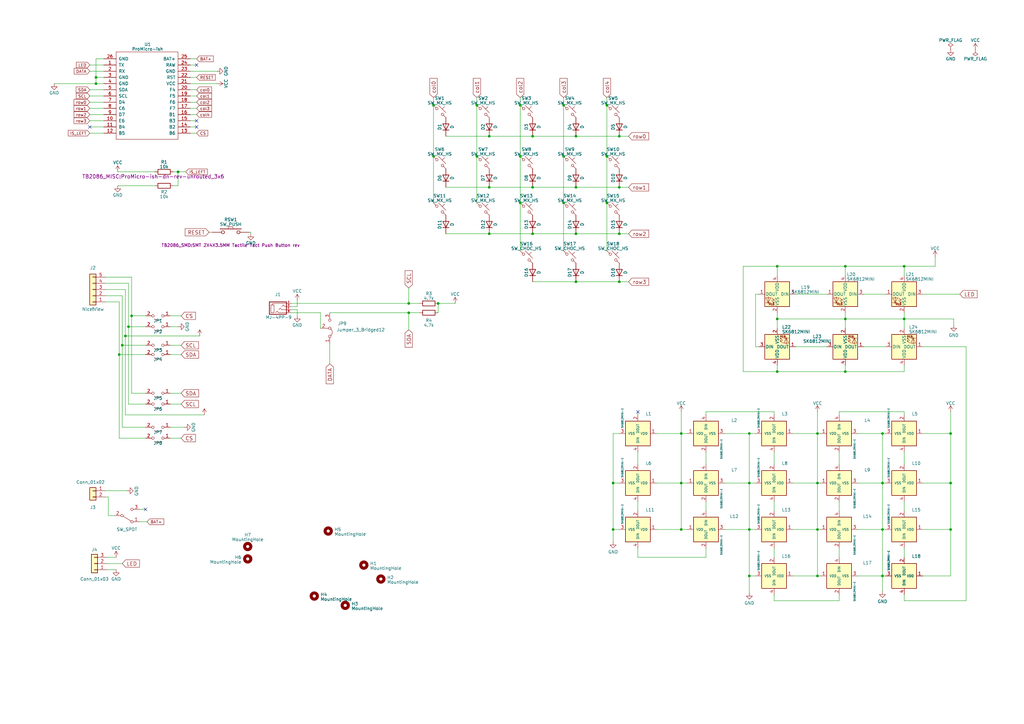
<source format=kicad_sch>
(kicad_sch (version 20230121) (generator eeschema)
  (paper "A3")
  (title_block (title "uniCorne Cherry") (date "2023-07-20") (rev "0.9") (company "Thunderbird2086"))
  (junction (at 218.44 55.88))
  (junction (at 236.22 76.835))
  (junction (at 50.165 141.605))
  (junction (at 361.95 236.22))
  (junction (at 248.92 83.185))
  (junction (at 177.8 64.135))
  (junction (at 361.95 177.8))
  (junction (at 167.64 124.46))
  (junction (at 251.46 198.12))
  (junction (at 236.22 115.57))
  (junction (at 318.77 152.4))
  (junction (at 195.58 43.18))
  (junction (at 389.89 217.17))
  (junction (at 389.89 198.12))
  (junction (at 370.84 130.81))
  (junction (at 200.66 76.835))
  (junction (at 318.77 109.22))
  (junction (at 389.89 177.8))
  (junction (at 251.46 217.17))
  (junction (at 236.22 95.885))
  (junction (at 213.36 83.185))
  (junction (at 335.28 198.12))
  (junction (at 335.28 217.17))
  (junction (at 48.895 145.415))
  (junction (at 318.77 130.81))
  (junction (at 307.34 177.8))
  (junction (at 213.36 64.135))
  (junction (at 195.58 64.135))
  (junction (at 218.44 76.835))
  (junction (at 177.8 43.18))
  (junction (at 200.66 95.885))
  (junction (at 200.66 55.88))
  (junction (at 361.95 217.17))
  (junction (at 179.705 124.46))
  (junction (at 167.64 128.27))
  (junction (at 307.34 198.12))
  (junction (at 370.84 109.22))
  (junction (at 307.34 236.22))
  (junction (at 231.14 64.135))
  (junction (at 236.22 55.88))
  (junction (at 51.435 137.795))
  (junction (at 346.71 152.4))
  (junction (at 52.705 133.985))
  (junction (at 254 76.835))
  (junction (at 279.4 198.12))
  (junction (at 231.14 43.18))
  (junction (at 231.14 83.185))
  (junction (at 335.28 177.8))
  (junction (at 346.71 109.22))
  (junction (at 213.36 43.18))
  (junction (at 361.95 198.12))
  (junction (at 39.37 31.75))
  (junction (at 53.975 129.54))
  (junction (at 73.025 70.485))
  (junction (at 346.71 130.81))
  (junction (at 248.92 43.18))
  (junction (at 254 115.57))
  (junction (at 307.34 217.17))
  (junction (at 254 55.88))
  (junction (at 335.28 236.22))
  (junction (at 254 95.885))
  (junction (at 218.44 95.885))
  (junction (at 279.4 177.8))
  (junction (at 39.37 34.29))
  (junction (at 248.92 64.135))
  (junction (at 279.4 217.17))
  (no_connect (at 36.83 52.07))
  (no_connect (at 80.645 26.67))
  (no_connect (at 261.62 168.91))
  (no_connect (at 59.69 208.915))
  (no_connect (at 80.645 49.53))
  (no_connect (at 80.645 52.07))
  (wire (pts (xy 36.83 54.61) (xy 42.545 54.61)))
  (wire (pts (xy 200.66 55.88) (xy 218.44 55.88)))
  (wire (pts (xy 167.64 128.27) (xy 167.64 135.255)))
  (wire (pts (xy 195.58 64.135) (xy 195.58 83.185)))
  (wire (pts (xy 269.24 198.12) (xy 279.4 198.12)))
  (wire (pts (xy 119.38 125.73) (xy 121.92 125.73)))
  (wire (pts (xy 344.17 168.91) (xy 370.84 168.91)))
  (wire (pts (xy 281.94 217.17) (xy 279.4 217.17)))
  (wire (pts (xy 36.83 44.45) (xy 42.545 44.45)))
  (wire (pts (xy 102.87 95.25) (xy 102.235 95.25)))
  (wire (pts (xy 279.4 177.8) (xy 279.4 198.12)))
  (wire (pts (xy 326.39 120.65) (xy 339.09 120.65)))
  (wire (pts (xy 51.435 137.795) (xy 51.435 170.18)))
  (wire (pts (xy 102.87 95.885) (xy 102.87 95.25)))
  (wire (pts (xy 119.38 124.46) (xy 167.64 124.46)))
  (wire (pts (xy 318.77 152.4) (xy 346.71 152.4)))
  (wire (pts (xy 261.62 228.6) (xy 289.56 228.6)))
  (wire (pts (xy 279.4 168.91) (xy 279.4 177.8)))
  (wire (pts (xy 78.105 34.29) (xy 88.9 34.29)))
  (wire (pts (xy 53.975 129.54) (xy 59.69 129.54)))
  (wire (pts (xy 59.69 141.605) (xy 50.165 141.605)))
  (wire (pts (xy 69.85 179.705) (xy 74.295 179.705)))
  (wire (pts (xy 269.24 217.17) (xy 279.4 217.17)))
  (wire (pts (xy 179.705 128.27) (xy 179.705 124.46)))
  (wire (pts (xy 248.92 43.18) (xy 248.92 64.135)))
  (wire (pts (xy 51.435 118.745) (xy 43.18 118.745)))
  (wire (pts (xy 304.8 109.22) (xy 304.8 152.4)))
  (wire (pts (xy 74.295 145.415) (xy 69.85 145.415)))
  (wire (pts (xy 59.69 145.415) (xy 48.895 145.415)))
  (wire (pts (xy 177.8 64.135) (xy 177.8 83.185)))
  (wire (pts (xy 391.16 130.81) (xy 370.84 130.81)))
  (wire (pts (xy 36.83 29.21) (xy 42.545 29.21)))
  (wire (pts (xy 231.14 64.135) (xy 231.14 83.185)))
  (wire (pts (xy 261.62 168.91) (xy 261.62 170.18)))
  (wire (pts (xy 346.71 130.81) (xy 370.84 130.81)))
  (wire (pts (xy 317.5 205.74) (xy 317.5 209.55)))
  (wire (pts (xy 361.95 236.22) (xy 363.22 236.22)))
  (wire (pts (xy 361.95 198.12) (xy 361.95 217.17)))
  (wire (pts (xy 131.445 128.27) (xy 131.445 134.62)))
  (wire (pts (xy 53.975 129.54) (xy 53.975 113.665)))
  (wire (pts (xy 370.84 243.84) (xy 370.84 246.38)))
  (wire (pts (xy 251.46 198.12) (xy 254 198.12)))
  (wire (pts (xy 318.77 130.81) (xy 318.77 128.27)))
  (wire (pts (xy 297.18 177.8) (xy 307.34 177.8)))
  (wire (pts (xy 51.435 118.745) (xy 51.435 137.795)))
  (wire (pts (xy 78.105 41.91) (xy 80.645 41.91)))
  (wire (pts (xy 48.895 179.705) (xy 59.69 179.705)))
  (wire (pts (xy 78.105 29.21) (xy 88.9 29.21)))
  (wire (pts (xy 351.79 177.8) (xy 361.95 177.8)))
  (wire (pts (xy 39.37 31.75) (xy 39.37 34.29)))
  (wire (pts (xy 289.56 185.42) (xy 289.56 190.5)))
  (wire (pts (xy 307.34 236.22) (xy 307.34 243.205)))
  (wire (pts (xy 378.46 120.65) (xy 393.7 120.65)))
  (wire (pts (xy 218.44 76.835) (xy 236.22 76.835)))
  (wire (pts (xy 279.4 177.8) (xy 281.94 177.8)))
  (wire (pts (xy 177.8 40.005) (xy 177.8 43.18)))
  (wire (pts (xy 36.83 41.91) (xy 42.545 41.91)))
  (wire (pts (xy 378.46 177.8) (xy 389.89 177.8)))
  (wire (pts (xy 78.105 39.37) (xy 80.645 39.37)))
  (wire (pts (xy 48.895 145.415) (xy 48.895 179.705)))
  (wire (pts (xy 251.46 177.8) (xy 254 177.8)))
  (wire (pts (xy 167.64 124.46) (xy 172.085 124.46)))
  (wire (pts (xy 318.77 152.4) (xy 318.77 149.86)))
  (wire (pts (xy 52.705 165.735) (xy 59.69 165.735)))
  (wire (pts (xy 52.705 116.205) (xy 43.18 116.205)))
  (wire (pts (xy 42.545 26.67) (xy 36.83 26.67)))
  (wire (pts (xy 336.55 217.17) (xy 335.28 217.17)))
  (wire (pts (xy 389.89 198.12) (xy 389.89 217.17)))
  (wire (pts (xy 43.18 201.295) (xy 52.07 201.295)))
  (wire (pts (xy 317.5 224.79) (xy 317.5 228.6)))
  (wire (pts (xy 279.4 198.12) (xy 281.94 198.12)))
  (wire (pts (xy 42.545 52.07) (xy 36.83 52.07)))
  (wire (pts (xy 218.44 115.57) (xy 236.22 115.57)))
  (wire (pts (xy 42.545 39.37) (xy 36.83 39.37)))
  (wire (pts (xy 53.975 161.29) (xy 53.975 129.54)))
  (wire (pts (xy 85.725 95.25) (xy 86.995 95.25)))
  (wire (pts (xy 257.81 55.88) (xy 254 55.88)))
  (wire (pts (xy 213.36 43.18) (xy 213.36 64.135)))
  (wire (pts (xy 52.705 133.985) (xy 59.69 133.985)))
  (wire (pts (xy 50.165 175.26) (xy 59.69 175.26)))
  (wire (pts (xy 318.77 109.22) (xy 318.77 113.03)))
  (wire (pts (xy 335.28 217.17) (xy 335.28 236.22)))
  (wire (pts (xy 309.88 120.65) (xy 311.15 120.65)))
  (wire (pts (xy 182.88 76.835) (xy 200.66 76.835)))
  (wire (pts (xy 307.34 198.12) (xy 309.88 198.12)))
  (wire (pts (xy 335.28 198.12) (xy 336.55 198.12)))
  (wire (pts (xy 257.81 115.57) (xy 254 115.57)))
  (wire (pts (xy 354.33 142.24) (xy 363.22 142.24)))
  (wire (pts (xy 39.37 24.13) (xy 39.37 31.75)))
  (wire (pts (xy 257.81 95.885) (xy 254 95.885)))
  (wire (pts (xy 370.84 190.5) (xy 370.84 185.42)))
  (wire (pts (xy 391.16 130.81) (xy 391.16 133.35)))
  (wire (pts (xy 251.46 217.17) (xy 254 217.17)))
  (wire (pts (xy 257.81 76.835) (xy 254 76.835)))
  (wire (pts (xy 231.14 40.005) (xy 231.14 43.18)))
  (wire (pts (xy 336.55 236.22) (xy 335.28 236.22)))
  (wire (pts (xy 53.975 161.29) (xy 59.69 161.29)))
  (wire (pts (xy 307.34 177.8) (xy 309.88 177.8)))
  (wire (pts (xy 73.025 70.485) (xy 76.2 70.485)))
  (wire (pts (xy 361.95 236.22) (xy 361.95 242.57)))
  (wire (pts (xy 213.36 40.005) (xy 213.36 43.18)))
  (wire (pts (xy 182.88 55.88) (xy 200.66 55.88)))
  (wire (pts (xy 354.33 120.65) (xy 363.22 120.65)))
  (wire (pts (xy 304.8 152.4) (xy 318.77 152.4)))
  (wire (pts (xy 370.84 109.22) (xy 383.54 109.22)))
  (wire (pts (xy 39.37 34.29) (xy 42.545 34.29)))
  (wire (pts (xy 78.105 36.83) (xy 80.645 36.83)))
  (wire (pts (xy 231.14 83.185) (xy 231.14 102.87)))
  (wire (pts (xy 43.815 228.6) (xy 47.625 228.6)))
  (wire (pts (xy 36.83 36.83) (xy 42.545 36.83)))
  (wire (pts (xy 344.17 168.91) (xy 344.17 170.18)))
  (wire (pts (xy 182.88 95.885) (xy 200.66 95.885)))
  (wire (pts (xy 261.62 228.6) (xy 261.62 224.79)))
  (wire (pts (xy 36.83 49.53) (xy 42.545 49.53)))
  (wire (pts (xy 325.12 217.17) (xy 335.28 217.17)))
  (wire (pts (xy 69.85 175.26) (xy 75.565 175.26)))
  (wire (pts (xy 195.58 40.005) (xy 195.58 43.18)))
  (wire (pts (xy 261.62 190.5) (xy 261.62 185.42)))
  (wire (pts (xy 370.84 130.81) (xy 370.84 134.62)))
  (wire (pts (xy 261.62 205.74) (xy 261.62 209.55)))
  (wire (pts (xy 289.56 228.6) (xy 289.56 224.79)))
  (wire (pts (xy 346.71 130.81) (xy 346.71 134.62)))
  (wire (pts (xy 251.46 177.8) (xy 251.46 198.12)))
  (wire (pts (xy 213.36 83.185) (xy 213.36 102.87)))
  (wire (pts (xy 74.295 161.29) (xy 69.85 161.29)))
  (wire (pts (xy 119.38 128.27) (xy 131.445 128.27)))
  (wire (pts (xy 346.71 152.4) (xy 346.71 149.86)))
  (wire (pts (xy 351.79 236.22) (xy 361.95 236.22)))
  (wire (pts (xy 231.14 43.18) (xy 231.14 64.135)))
  (wire (pts (xy 51.435 170.18) (xy 83.82 170.18)))
  (wire (pts (xy 318.77 109.22) (xy 346.71 109.22)))
  (wire (pts (xy 304.8 109.22) (xy 318.77 109.22)))
  (wire (pts (xy 42.545 24.13) (xy 39.37 24.13)))
  (wire (pts (xy 317.5 168.91) (xy 317.5 170.18)))
  (wire (pts (xy 289.56 168.91) (xy 289.56 170.18)))
  (wire (pts (xy 361.95 198.12) (xy 363.22 198.12)))
  (wire (pts (xy 309.88 142.24) (xy 311.15 142.24)))
  (wire (pts (xy 44.45 211.455) (xy 44.45 203.835)))
  (wire (pts (xy 53.975 113.665) (xy 43.18 113.665)))
  (wire (pts (xy 318.77 130.81) (xy 346.71 130.81)))
  (wire (pts (xy 370.84 149.86) (xy 370.84 152.4)))
  (wire (pts (xy 48.26 76.2) (xy 63.5 76.2)))
  (wire (pts (xy 135.255 140.97) (xy 135.255 149.225)))
  (wire (pts (xy 346.71 109.22) (xy 346.71 113.03)))
  (wire (pts (xy 44.45 211.455) (xy 46.99 211.455)))
  (wire (pts (xy 269.24 177.8) (xy 279.4 177.8)))
  (wire (pts (xy 248.92 64.135) (xy 248.92 83.185)))
  (wire (pts (xy 326.39 142.24) (xy 339.09 142.24)))
  (wire (pts (xy 200.66 95.885) (xy 218.44 95.885)))
  (wire (pts (xy 346.71 130.81) (xy 346.71 128.27)))
  (wire (pts (xy 251.46 217.17) (xy 251.46 222.25)))
  (wire (pts (xy 297.18 198.12) (xy 307.34 198.12)))
  (wire (pts (xy 297.18 217.17) (xy 307.34 217.17)))
  (wire (pts (xy 370.84 152.4) (xy 346.71 152.4)))
  (wire (pts (xy 335.28 198.12) (xy 335.28 217.17)))
  (wire (pts (xy 135.255 128.27) (xy 167.64 128.27)))
  (wire (pts (xy 396.24 246.38) (xy 370.84 246.38)))
  (wire (pts (xy 307.34 177.8) (xy 307.34 198.12)))
  (wire (pts (xy 74.295 141.605) (xy 69.85 141.605)))
  (wire (pts (xy 378.46 217.17) (xy 389.89 217.17)))
  (wire (pts (xy 370.84 128.27) (xy 370.84 130.81)))
  (wire (pts (xy 59.69 208.915) (xy 57.15 208.915)))
  (wire (pts (xy 44.45 203.835) (xy 43.18 203.835)))
  (wire (pts (xy 50.165 141.605) (xy 50.165 175.26)))
  (wire (pts (xy 383.54 105.41) (xy 383.54 109.22)))
  (wire (pts (xy 167.64 118.11) (xy 167.64 124.46)))
  (wire (pts (xy 69.85 129.54) (xy 74.295 129.54)))
  (wire (pts (xy 200.66 76.835) (xy 218.44 76.835)))
  (wire (pts (xy 318.77 130.81) (xy 318.77 134.62)))
  (wire (pts (xy 78.105 31.75) (xy 80.645 31.75)))
  (wire (pts (xy 236.22 76.835) (xy 254 76.835)))
  (wire (pts (xy 43.18 123.825) (xy 48.895 123.825)))
  (wire (pts (xy 325.12 177.8) (xy 335.28 177.8)))
  (wire (pts (xy 236.22 95.885) (xy 254 95.885)))
  (wire (pts (xy 289.56 168.91) (xy 317.5 168.91)))
  (wire (pts (xy 325.12 198.12) (xy 335.28 198.12)))
  (wire (pts (xy 236.22 55.88) (xy 254 55.88)))
  (wire (pts (xy 121.92 125.73) (xy 121.92 123.19)))
  (wire (pts (xy 78.105 46.99) (xy 80.645 46.99)))
  (wire (pts (xy 370.84 109.22) (xy 370.84 113.03)))
  (wire (pts (xy 74.295 165.735) (xy 69.85 165.735)))
  (wire (pts (xy 389.89 168.91) (xy 389.89 177.8)))
  (wire (pts (xy 186.69 124.46) (xy 179.705 124.46)))
  (wire (pts (xy 51.435 137.795) (xy 81.915 137.795)))
  (wire (pts (xy 69.85 133.985) (xy 73.025 133.985)))
  (wire (pts (xy 335.28 177.8) (xy 336.55 177.8)))
  (wire (pts (xy 309.88 120.65) (xy 309.88 142.24)))
  (wire (pts (xy 370.84 205.74) (xy 370.84 209.55)))
  (wire (pts (xy 325.12 236.22) (xy 335.28 236.22)))
  (wire (pts (xy 177.8 43.18) (xy 177.8 64.135)))
  (wire (pts (xy 248.92 40.005) (xy 248.92 43.18)))
  (wire (pts (xy 361.95 217.17) (xy 361.95 236.22)))
  (wire (pts (xy 317.5 246.38) (xy 344.17 246.38)))
  (wire (pts (xy 236.22 115.57) (xy 254 115.57)))
  (wire (pts (xy 351.79 217.17) (xy 361.95 217.17)))
  (wire (pts (xy 361.95 217.17) (xy 363.22 217.17)))
  (wire (pts (xy 307.34 236.22) (xy 309.88 236.22)))
  (wire (pts (xy 119.38 127) (xy 121.92 127)))
  (wire (pts (xy 43.18 121.285) (xy 50.165 121.285)))
  (wire (pts (xy 389.89 177.8) (xy 389.89 198.12)))
  (wire (pts (xy 361.95 177.8) (xy 361.95 198.12)))
  (wire (pts (xy 43.815 233.68) (xy 47.625 233.68)))
  (wire (pts (xy 335.28 168.91) (xy 335.28 177.8)))
  (wire (pts (xy 39.37 31.75) (xy 42.545 31.75)))
  (wire (pts (xy 344.17 224.79) (xy 344.17 228.6)))
  (wire (pts (xy 36.83 46.99) (xy 42.545 46.99)))
  (wire (pts (xy 50.165 121.285) (xy 50.165 141.605)))
  (wire (pts (xy 344.17 185.42) (xy 344.17 190.5)))
  (wire (pts (xy 195.58 43.18) (xy 195.58 64.135)))
  (wire (pts (xy 48.26 70.485) (xy 63.5 70.485)))
  (wire (pts (xy 361.95 177.8) (xy 363.22 177.8)))
  (wire (pts (xy 307.34 217.17) (xy 307.34 236.22)))
  (wire (pts (xy 370.84 224.79) (xy 370.84 228.6)))
  (wire (pts (xy 78.105 24.13) (xy 80.645 24.13)))
  (wire (pts (xy 71.12 76.2) (xy 73.025 76.2)))
  (wire (pts (xy 344.17 246.38) (xy 344.17 243.84)))
  (wire (pts (xy 43.815 231.14) (xy 50.165 231.14)))
  (wire (pts (xy 378.46 198.12) (xy 389.89 198.12)))
  (wire (pts (xy 52.705 165.735) (xy 52.705 133.985)))
  (wire (pts (xy 317.5 190.5) (xy 317.5 185.42)))
  (wire (pts (xy 57.15 213.995) (xy 60.325 213.995)))
  (wire (pts (xy 307.34 217.17) (xy 309.88 217.17)))
  (wire (pts (xy 78.105 49.53) (xy 80.645 49.53)))
  (wire (pts (xy 78.105 52.07) (xy 80.645 52.07)))
  (wire (pts (xy 307.34 198.12) (xy 307.34 217.17)))
  (wire (pts (xy 378.46 236.22) (xy 389.89 236.22)))
  (wire (pts (xy 71.12 70.485) (xy 73.025 70.485)))
  (wire (pts (xy 351.79 198.12) (xy 361.95 198.12)))
  (wire (pts (xy 251.46 198.12) (xy 251.46 217.17)))
  (wire (pts (xy 73.025 70.485) (xy 73.025 76.2)))
  (wire (pts (xy 218.44 55.88) (xy 236.22 55.88)))
  (wire (pts (xy 279.4 198.12) (xy 279.4 217.17)))
  (wire (pts (xy 78.105 54.61) (xy 80.645 54.61)))
  (wire (pts (xy 389.89 217.17) (xy 389.89 236.22)))
  (wire (pts (xy 78.105 44.45) (xy 80.645 44.45)))
  (wire (pts (xy 370.84 168.91) (xy 370.84 170.18)))
  (wire (pts (xy 317.5 246.38) (xy 317.5 243.84)))
  (wire (pts (xy 121.92 127) (xy 121.92 129.54)))
  (wire (pts (xy 396.24 142.24) (xy 378.46 142.24)))
  (wire (pts (xy 344.17 205.74) (xy 344.17 209.55)))
  (wire (pts (xy 22.225 34.29) (xy 39.37 34.29)))
  (wire (pts (xy 48.895 123.825) (xy 48.895 145.415)))
  (wire (pts (xy 52.705 133.985) (xy 52.705 116.205)))
  (wire (pts (xy 396.24 246.38) (xy 396.24 142.24)))
  (wire (pts (xy 167.64 128.27) (xy 172.085 128.27)))
  (wire (pts (xy 346.71 109.22) (xy 370.84 109.22)))
  (wire (pts (xy 218.44 95.885) (xy 236.22 95.885)))
  (wire (pts (xy 248.92 83.185) (xy 248.92 102.87)))
  (wire (pts (xy 78.105 26.67) (xy 80.645 26.67)))
  (wire (pts (xy 289.56 205.74) (xy 289.56 209.55)))
  (wire (pts (xy 213.36 64.135) (xy 213.36 83.185)))
  (wire (pts (xy 335.28 177.8) (xy 335.28 198.12)))
  (global_label "col0" (shape input) (at 177.8 40.005 90) (effects (font (size 1.524 1.524))) (property "Intersheetrefs" "${INTERSHEET_REFS}" (effects hide)))
  (global_label "col4" (shape input) (at 248.92 40.005 90) (effects (font (size 1.524 1.524))) (property "Intersheetrefs" "${INTERSHEET_REFS}" (effects hide)))
  (global_label "RESET" (shape input) (at 85.725 95.25 180) (effects (font (size 1.524 1.524))) (property "Intersheetrefs" "${INTERSHEET_REFS}" (effects hide)))
  (global_label "SDA" (shape input) (at 167.64 135.255 270) (effects (font (size 1.524 1.524))) (property "Intersheetrefs" "${INTERSHEET_REFS}" (effects hide)))
  (global_label "CS" (shape input) (at 80.645 54.61 0) (effects (font (size 1.1938 1.1938))) (property "Intersheetrefs" "${INTERSHEET_REFS}" (effects hide)))
  (global_label "col1" (shape input) (at 195.58 40.005 90) (effects (font (size 1.524 1.524))) (property "Intersheetrefs" "${INTERSHEET_REFS}" (effects hide)))
  (global_label "SCL" (shape input) (at 36.83 39.37 180) (effects (font (size 1.1938 1.1938))) (property "Intersheetrefs" "${INTERSHEET_REFS}" (effects hide)))
  (global_label "row1" (shape input) (at 36.83 44.45 180) (effects (font (size 1.1938 1.1938))) (property "Intersheetrefs" "${INTERSHEET_REFS}" (effects hide)))
  (global_label "row1" (shape input) (at 257.81 76.835 0) (effects (font (size 1.524 1.524))) (property "Intersheetrefs" "${INTERSHEET_REFS}" (effects hide)))
  (global_label "row2" (shape input) (at 257.81 95.885 0) (effects (font (size 1.524 1.524))) (property "Intersheetrefs" "${INTERSHEET_REFS}" (effects hide)))
  (global_label "IS_LEFT" (shape input) (at 76.2 70.485 0) (effects (font (size 1.1938 1.1938))) (property "Intersheetrefs" "${INTERSHEET_REFS}" (effects hide)))
  (global_label "SCL" (shape input) (at 74.295 165.735 0) (effects (font (size 1.524 1.524))) (property "Intersheetrefs" "${INTERSHEET_REFS}" (effects hide)))
  (global_label "LED" (shape input) (at 393.7 120.65 0) (effects (font (size 1.524 1.524))) (property "Intersheetrefs" "${INTERSHEET_REFS}" (effects hide)))
  (global_label "col2" (shape input) (at 213.36 40.005 90) (effects (font (size 1.524 1.524))) (property "Intersheetrefs" "${INTERSHEET_REFS}" (effects hide)))
  (global_label "LED" (shape input) (at 36.83 26.67 180) (effects (font (size 1.1938 1.1938))) (property "Intersheetrefs" "${INTERSHEET_REFS}" (effects hide)))
  (global_label "BAT+" (shape input) (at 80.645 24.13 0) (effects (font (size 1.1938 1.1938))) (property "Intersheetrefs" "${INTERSHEET_REFS}" (effects hide)))
  (global_label "row3" (shape input) (at 257.81 115.57 0) (effects (font (size 1.524 1.524))) (property "Intersheetrefs" "${INTERSHEET_REFS}" (effects hide)))
  (global_label "LED" (shape input) (at 50.165 231.14 0) (effects (font (size 1.524 1.524))) (property "Intersheetrefs" "${INTERSHEET_REFS}" (effects hide)))
  (global_label "col4" (shape input) (at 80.645 46.99 0) (effects (font (size 1.1938 1.1938))) (property "Intersheetrefs" "${INTERSHEET_REFS}" (effects hide)))
  (global_label "col0" (shape input) (at 80.645 36.83 0) (effects (font (size 1.1938 1.1938))) (property "Intersheetrefs" "${INTERSHEET_REFS}" (effects hide)))
  (global_label "SDA" (shape input) (at 74.295 161.29 0) (effects (font (size 1.524 1.524))) (property "Intersheetrefs" "${INTERSHEET_REFS}" (effects hide)))
  (global_label "BAT+" (shape input) (at 60.325 213.995 0) (effects (font (size 1.1938 1.1938))) (property "Intersheetrefs" "${INTERSHEET_REFS}" (effects hide)))
  (global_label "IS_LEFT" (shape input) (at 36.83 54.61 180) (effects (font (size 1.1938 1.1938))) (property "Intersheetrefs" "${INTERSHEET_REFS}" (effects hide)))
  (global_label "RESET" (shape input) (at 80.645 31.75 0) (effects (font (size 1.1938 1.1938))) (property "Intersheetrefs" "${INTERSHEET_REFS}" (effects hide)))
  (global_label "row3" (shape input) (at 36.83 49.53 180) (effects (font (size 1.1938 1.1938))) (property "Intersheetrefs" "${INTERSHEET_REFS}" (effects hide)))
  (global_label "col3" (shape input) (at 231.14 40.005 90) (effects (font (size 1.524 1.524))) (property "Intersheetrefs" "${INTERSHEET_REFS}" (effects hide)))
  (global_label "col3" (shape input) (at 80.645 44.45 0) (effects (font (size 1.1938 1.1938))) (property "Intersheetrefs" "${INTERSHEET_REFS}" (effects hide)))
  (global_label "SCL" (shape input) (at 74.295 141.605 0) (effects (font (size 1.524 1.524))) (property "Intersheetrefs" "${INTERSHEET_REFS}" (effects hide)))
  (global_label "row0" (shape input) (at 257.81 55.88 0) (effects (font (size 1.524 1.524))) (property "Intersheetrefs" "${INTERSHEET_REFS}" (effects hide)))
  (global_label "DATA" (shape input) (at 135.255 149.225 270) (effects (font (size 1.524 1.524))) (property "Intersheetrefs" "${INTERSHEET_REFS}" (effects hide)))
  (global_label "SDA" (shape input) (at 36.83 36.83 180) (effects (font (size 1.1938 1.1938))) (property "Intersheetrefs" "${INTERSHEET_REFS}" (effects hide)))
  (global_label "col1" (shape input) (at 80.645 39.37 0) (effects (font (size 1.1938 1.1938))) (property "Intersheetrefs" "${INTERSHEET_REFS}" (effects hide)))
  (global_label "CS" (shape input) (at 74.295 179.705 0) (effects (font (size 1.524 1.524))) (property "Intersheetrefs" "${INTERSHEET_REFS}" (effects hide)))
  (global_label "SDA" (shape input) (at 74.295 145.415 0) (effects (font (size 1.524 1.524))) (property "Intersheetrefs" "${INTERSHEET_REFS}" (effects hide)))
  (global_label "DATA" (shape input) (at 36.83 29.21 180) (effects (font (size 1.1938 1.1938))) (property "Intersheetrefs" "${INTERSHEET_REFS}" (effects hide)))
  (global_label "SCL" (shape input) (at 167.64 118.11 90) (effects (font (size 1.524 1.524))) (property "Intersheetrefs" "${INTERSHEET_REFS}" (effects hide)))
  (global_label "col2" (shape input) (at 80.645 41.91 0) (effects (font (size 1.1938 1.1938))) (property "Intersheetrefs" "${INTERSHEET_REFS}" (effects hide)))
  (global_label "row2" (shape input) (at 36.83 46.99 180) (effects (font (size 1.1938 1.1938))) (property "Intersheetrefs" "${INTERSHEET_REFS}" (effects hide)))
  (global_label "CS" (shape input) (at 74.295 129.54 0) (effects (font (size 1.524 1.524))) (property "Intersheetrefs" "${INTERSHEET_REFS}" (effects hide)))
  (global_label "row0" (shape input) (at 36.83 41.91 180) (effects (font (size 1.1938 1.1938))) (property "Intersheetrefs" "${INTERSHEET_REFS}" (effects hide)))
  (symbol (lib_id "Device:D") (at 218.44 111.76 90) (unit 1)
    (property "Reference" "D16" (at 215.9 111.76 0))
    (property "Value" "D" (at 220.98 111.76 0))
    (property "Footprint" "TB2086_SMD:D3_SMD_rev" (effects hide))
    (property "Sim.Device" "D" (effects hide))
    (property "Sim.Pins" "1=K 2=A" (effects hide))
  )
  (symbol (lib_id "Jumper:Jumper_2_Open") (at 64.77 165.735 180) (unit 1)
    (property "Reference" "JP6" (at 64.77 167.767 0))
    (property "Value" " " (at 64.516 164.211 0))
    (property "Footprint" "TB2086_MISC:SolderJumper-2_P1.3mm_Open_TrianglePad1.0x1.5mm" (effects hide))
  )
  (symbol (lib_id "TB2086_KEYSWITCH:SW_MX_HS") (at 198.12 85.725 0) (unit 1)
    (property "Reference" "SW12" (at 198.12 80.3021 0))
    (property "Value" "SW_MX_HS" (at 198.12 82.2231 0))
    (property "Footprint" "TB2086_KEYSWITCH:SW_MX_HS_1u_reversible" (effects hide))
  )
  (symbol (lib_id "TB2086_LED:SK6812MINI-E") (at 370.84 236.22 270) (mirror x) (unit 1)
    (property "Reference" "L18" (at 373.9897 228.1301 90) (effects (justify left)))
    (property "Value" "SK6812MINI-E" (at 364.49 229.87 0) (effects (font (size 0.7366 0.7366))))
    (property "Footprint" "TB2086_LED:LED_SK6812MINI-E_rev" (effects hide))
    (property "Datasheet" "https://cdn-shop.adafruit.com/product-files/2686/SK6812MINI_REV.01-1-2.pdf" (effects hide))
  )
  (symbol (lib_id "Mechanical:MountingHole") (at 141.605 248.285 0) (unit 1)
    (property "Reference" "H3" (at 144.145 247.6413 0) (effects (justify left)))
    (property "Value" "MountingHole" (at 144.145 249.5623 0) (effects (justify left)))
    (property "Footprint" "TB2086_MISC:M2_Hole_TH_Outside" (effects hide))
  )
  (symbol (lib_id "Switch:SW_SPDT") (at 52.07 211.455 0) (mirror x) (unit 1)
    (property "Reference" "PSW1" (effects hide))
    (property "Value" "SW_SPDT" (at 52.07 217.17 0))
    (property "Footprint" "TB2086_SMD:SW_SPDT_PCM12_reversible" (effects hide))
  )
  (symbol (lib_id "Device:D") (at 182.88 52.07 90) (unit 1)
    (property "Reference" "D1" (at 180.34 52.07 0))
    (property "Value" "D" (at 185.42 52.07 0))
    (property "Footprint" "TB2086_SMD:D3_SMD_rev" (effects hide))
    (property "Sim.Device" "D" (effects hide))
    (property "Sim.Pins" "1=K 2=A" (effects hide))
  )
  (symbol (lib_id "TB2086_KEYSWITCH:SW_CHOC_HS") (at 215.9 105.41 0) (unit 1)
    (property "Reference" "SW16" (at 215.9 99.9871 0))
    (property "Value" "SW_CHOC_HS" (at 215.9 101.9081 0))
    (property "Footprint" "TB2086_KEYSWITCH:SW_choc_v1_v2_HS_1u_reversible" (effects hide))
  )
  (symbol (lib_id "Device:D") (at 200.66 92.075 90) (unit 1)
    (property "Reference" "D12" (at 198.12 92.075 0))
    (property "Value" "D" (at 203.2 92.075 0))
    (property "Footprint" "TB2086_SMD:D3_SMD_rev" (effects hide))
    (property "Sim.Device" "D" (effects hide))
    (property "Sim.Pins" "1=K 2=A" (effects hide))
  )
  (symbol (lib_id "power:VCC") (at 186.69 124.46 0) (unit 1)
    (property "Reference" "#PWR09" (effects hide))
    (property "Value" "VCC" (at 186.69 120.65 0))
  )
  (symbol (lib_id "Device:R") (at 175.895 128.27 270) (unit 1)
    (property "Reference" "R4" (at 175.895 131.445 90))
    (property "Value" "4.7k" (at 175.895 133.366 90))
    (property "Footprint" "TB2086_SMD:R_0805_2012Metric_Pad1.20x1.40mm_HandSolder_rev" (effects hide))
  )
  (symbol (lib_id "power:VCC") (at 81.915 137.795 0) (unit 1)
    (property "Reference" "#PWR04" (effects hide))
    (property "Value" "VCC" (effects hide))
  )
  (symbol (lib_id "Device:D") (at 218.44 92.075 90) (unit 1)
    (property "Reference" "D13" (at 215.9 92.075 0))
    (property "Value" "D" (at 220.98 92.075 0))
    (property "Footprint" "TB2086_SMD:D3_SMD_rev" (effects hide))
    (property "Sim.Device" "D" (effects hide))
    (property "Sim.Pins" "1=K 2=A" (effects hide))
  )
  (symbol (lib_id "power:GND") (at 75.565 175.26 90) (unit 1)
    (property "Reference" "#PWR02" (effects hide))
    (property "Value" "GND" (at 79.375 175.26 0))
  )
  (symbol (lib_id "TB2086_LED:SK6812MINI-E") (at 317.5 198.12 270) (mirror x) (unit 1)
    (property "Reference" "L8" (at 320.6497 190.0301 90) (effects (justify left)))
    (property "Value" "SK6812MINI-E" (at 311.15 191.77 0) (effects (font (size 0.7366 0.7366))))
    (property "Footprint" "TB2086_LED:LED_SK6812MINI-E_rev" (effects hide))
    (property "Datasheet" "https://cdn-shop.adafruit.com/product-files/2686/SK6812MINI_REV.01-1-2.pdf" (effects hide))
  )
  (symbol (lib_id "power:VCC") (at 389.89 168.91 0) (unit 1)
    (property "Reference" "#PWR0104" (effects hide))
    (property "Value" "VCC" (at 389.89 165.4081 0))
  )
  (symbol (lib_id "power:VCC") (at 47.625 228.6 0) (unit 1)
    (property "Reference" "#PWR0116" (effects hide))
    (property "Value" "VCC" (at 47.625 224.79 0))
  )
  (symbol (lib_id "Jumper:Jumper_2_Open") (at 64.77 145.415 180) (unit 1)
    (property "Reference" "JP4" (at 64.77 147.447 0))
    (property "Value" " " (at 64.516 143.891 0))
    (property "Footprint" "TB2086_MISC:SolderJumper-2_P1.3mm_Open_TrianglePad1.0x1.5mm" (effects hide))
  )
  (symbol (lib_id "TB2086_KEYSWITCH:SW_MX_HS") (at 233.68 45.72 0) (unit 1)
    (property "Reference" "SW4" (at 233.68 40.2971 0))
    (property "Value" "SW_MX_HS" (at 233.68 42.2181 0))
    (property "Footprint" "TB2086_KEYSWITCH:SW_MX_HS_1u_reversible" (effects hide))
  )
  (symbol (lib_id "Jumper:Jumper_2_Open") (at 64.77 133.985 180) (unit 1)
    (property "Reference" "JP2" (at 64.77 136.017 0))
    (property "Value" " " (at 64.516 132.461 0))
    (property "Footprint" "TB2086_MISC:SolderJumper-2_P1.3mm_Open_TrianglePad1.0x1.5mm" (effects hide))
  )
  (symbol (lib_id "TB2086_LED:SK6812MINI") (at 370.84 142.24 0) (mirror x) (unit 1)
    (property "Reference" "L24" (at 372.7959 134.1501 0) (effects (justify left)))
    (property "Value" "SK6812MINI" (at 372.7959 136.0711 0) (effects (justify left)))
    (property "Footprint" "TB2086_LED:LED_SK6812MINI_PLCC4_3.5x3.5mm_P1.75mm_rev_all" (effects hide))
    (property "Datasheet" "https://cdn-shop.adafruit.com/product-files/2686/SK6812MINI_REV.01-1-2.pdf" (effects hide))
  )
  (symbol (lib_id "TB2086_SMD:SMT 2X4X3.5MM Tactile Tact Push Button") (at 94.615 95.25 0) (mirror y) (unit 1)
    (property "Reference" "RSW1" (at 94.615 90.0811 0))
    (property "Value" "SW_PUSH" (at 94.615 92.0021 0))
    (property "Footprint" "TB2086_SMD:SMT 2X4X3.5MM Tactile Tact Push Button rev" (at 94.5896 100.584 0))
  )
  (symbol (lib_id "TB2086_LED:SK6812MINI-E") (at 344.17 217.17 90) (mirror x) (unit 1)
    (property "Reference" "L14" (at 355.738 211.7723 90))
    (property "Value" "SK6812MINI-E" (at 350.52 223.52 0) (effects (font (size 0.7366 0.7366))))
    (property "Footprint" "TB2086_LED:LED_SK6812MINI-E_rev" (effects hide))
    (property "Datasheet" "https://cdn-shop.adafruit.com/product-files/2686/SK6812MINI_REV.01-1-2.pdf" (effects hide))
  )
  (symbol (lib_id "power:PWR_FLAG") (at 400.05 20.32 180) (unit 1)
    (property "Reference" "#FLG0101" (effects hide))
    (property "Value" "PWR_FLAG" (at 400.05 24.13 0))
  )
  (symbol (lib_id "power:GND") (at 52.07 201.295 90) (unit 1)
    (property "Reference" "#PWR0118" (effects hide))
    (property "Value" "GND" (at 56.007 201.422 0))
  )
  (symbol (lib_id "TB2086_MISC:ProMicro-ish") (at 60.325 45.72 0) (unit 1)
    (property "Reference" "U1" (at 60.5282 18.1958 0))
    (property "Value" "ProMicro-ish" (at 60.5282 20.1168 0))
    (property "Footprint" "TB2086_MISC:ProMicro-ish-dn-rev-unrouted_3x6" (at 62.865 72.39 0) (effects (font (size 1.524 1.524))))
  )
  (symbol (lib_id "TB2086_KEYSWITCH:SW_MX_HS") (at 251.46 85.725 0) (unit 1)
    (property "Reference" "SW15" (at 251.46 80.3021 0))
    (property "Value" "SW_MX_HS" (at 251.46 82.2231 0))
    (property "Footprint" "TB2086_KEYSWITCH:SW_MX_HS_1u_reversible" (effects hide))
  )
  (symbol (lib_id "Device:R") (at 67.31 76.2 90) (unit 1)
    (property "Reference" "R2" (at 67.31 78.724 90))
    (property "Value" "10k" (at 67.31 80.645 90))
    (property "Footprint" "Resistor_SMD:R_0805_2012Metric_Pad1.20x1.40mm_HandSolder" (effects hide))
  )
  (symbol (lib_id "power:GND") (at 251.46 222.25 0) (unit 1)
    (property "Reference" "#PWR0101" (effects hide))
    (property "Value" "GND" (at 251.46 226.3855 0))
  )
  (symbol (lib_id "TB2086_LED:SK6812MINI") (at 318.77 120.65 0) (mirror y) (unit 1)
    (property "Reference" "L19" (at 330.338 117.8179 0))
    (property "Value" "SK6812MINI" (at 330.338 119.7389 0))
    (property "Footprint" "TB2086_LED:LED_SK6812MINI_PLCC4_3.5x3.5mm_P1.75mm_rev_all" (effects hide))
    (property "Datasheet" "https://cdn-shop.adafruit.com/product-files/2686/SK6812MINI_REV.01-1-2.pdf" (effects hide))
  )
  (symbol (lib_id "TB2086_LED:SK6812MINI") (at 346.71 120.65 0) (mirror y) (unit 1)
    (property "Reference" "L20" (at 347.2941 112.5601 0) (effects (justify right)))
    (property "Value" "SK6812MINI" (at 347.2941 114.4811 0) (effects (justify right)))
    (property "Footprint" "TB2086_LED:LED_SK6812MINI_PLCC4_3.5x3.5mm_P1.75mm_rev_all" (effects hide))
    (property "Datasheet" "https://cdn-shop.adafruit.com/product-files/2686/SK6812MINI_REV.01-1-2.pdf" (effects hide))
  )
  (symbol (lib_id "Device:R") (at 67.31 70.485 90) (unit 1)
    (property "Reference" "R1" (at 67.31 66.4591 90))
    (property "Value" "10k" (at 67.31 68.3801 90))
    (property "Footprint" "Resistor_SMD:R_0805_2012Metric_Pad1.20x1.40mm_HandSolder" (effects hide))
  )
  (symbol (lib_id "Device:R") (at 175.895 124.46 90) (unit 1)
    (property "Reference" "R3" (at 175.895 120.4341 90))
    (property "Value" "4.7k" (at 175.895 122.3551 90))
    (property "Footprint" "TB2086_SMD:R_0805_2012Metric_Pad1.20x1.40mm_HandSolder_rev" (effects hide))
  )
  (symbol (lib_id "TB2086_LED:SK6812MINI-E") (at 344.17 177.8 90) (mirror x) (unit 1)
    (property "Reference" "L4" (at 355.738 172.4023 90))
    (property "Value" "SK6812MINI-E" (at 350.52 184.15 0) (effects (font (size 0.7366 0.7366))))
    (property "Footprint" "TB2086_LED:LED_SK6812MINI-E_rev" (effects hide))
    (property "Datasheet" "https://cdn-shop.adafruit.com/product-files/2686/SK6812MINI_REV.01-1-2.pdf" (effects hide))
  )
  (symbol (lib_id "power:VCC") (at 83.82 170.18 0) (unit 1)
    (property "Reference" "#PWR03" (effects hide))
    (property "Value" "VCC" (effects hide))
  )
  (symbol (lib_id "power:PWR_FLAG") (at 389.89 20.32 0) (unit 1)
    (property "Reference" "#FLG0102" (effects hide))
    (property "Value" "PWR_FLAG" (at 389.89 16.51 0))
  )
  (symbol (lib_id "Mechanical:MountingHole") (at 128.905 244.475 0) (unit 1)
    (property "Reference" "H4" (at 131.445 243.8313 0) (effects (justify left)))
    (property "Value" "MountingHole" (at 131.445 245.7523 0) (effects (justify left)))
    (property "Footprint" "TB2086_MISC:M2_Hole_TH_Outside" (effects hide))
  )
  (symbol (lib_id "TB2086_LED:SK6812MINI-E") (at 261.62 217.17 270) (mirror x) (unit 1)
    (property "Reference" "L11" (at 264.7697 209.0801 90) (effects (justify left)))
    (property "Value" "SK6812MINI-E" (at 255.27 210.82 0) (effects (font (size 0.7366 0.7366))))
    (property "Footprint" "TB2086_LED:LED_SK6812MINI-E_rev" (effects hide))
    (property "Datasheet" "https://cdn-shop.adafruit.com/product-files/2686/SK6812MINI_REV.01-1-2.pdf" (effects hide))
  )
  (symbol (lib_id "power:GND") (at 48.26 76.2 0) (unit 1)
    (property "Reference" "#PWR06" (effects hide))
    (property "Value" "GND" (at 48.26 80.01 0))
  )
  (symbol (lib_id "Device:D") (at 200.66 52.07 90) (unit 1)
    (property "Reference" "D2" (at 198.12 52.07 0))
    (property "Value" "D" (at 203.2 52.07 0))
    (property "Footprint" "TB2086_SMD:D3_SMD_rev" (effects hide))
    (property "Sim.Device" "D" (effects hide))
    (property "Sim.Pins" "1=K 2=A" (effects hide))
  )
  (symbol (lib_id "TB2086_KEYSWITCH:SW_CHOC_HS") (at 233.68 105.41 0) (unit 1)
    (property "Reference" "SW17" (at 233.68 99.9871 0))
    (property "Value" "SW_CHOC_HS" (at 233.68 101.9081 0))
    (property "Footprint" "TB2086_KEYSWITCH:SW_choc_v1_v2_HS_1u_reversible" (effects hide))
  )
  (symbol (lib_id "TB2086_LED:SK6812MINI") (at 346.71 142.24 0) (mirror x) (unit 1)
    (property "Reference" "L23" (at 335.142 138.0361 0))
    (property "Value" "SK6812MINI" (at 335.142 139.9571 0))
    (property "Footprint" "TB2086_LED:LED_SK6812MINI_PLCC4_3.5x3.5mm_P1.75mm_rev_all" (effects hide))
    (property "Datasheet" "https://cdn-shop.adafruit.com/product-files/2686/SK6812MINI_REV.01-1-2.pdf" (effects hide))
  )
  (symbol (lib_id "Jumper:Jumper_2_Open") (at 64.77 175.26 180) (unit 1)
    (property "Reference" "JP7" (at 64.77 177.292 0))
    (property "Value" " " (at 64.516 173.736 0))
    (property "Footprint" "TB2086_MISC:SolderJumper-2_P1.3mm_Open_TrianglePad1.0x1.5mm" (effects hide))
  )
  (symbol (lib_id "TB2086_KEYSWITCH:SW_MX_HS") (at 198.12 66.675 0) (unit 1)
    (property "Reference" "SW7" (at 198.12 61.2521 0))
    (property "Value" "SW_MX_HS" (at 198.12 63.1731 0))
    (property "Footprint" "TB2086_KEYSWITCH:SW_MX_HS_1u_reversible" (effects hide))
  )
  (symbol (lib_id "Device:D") (at 182.88 92.075 90) (unit 1)
    (property "Reference" "D11" (at 180.34 92.075 0))
    (property "Value" "D" (at 185.42 92.075 0))
    (property "Footprint" "TB2086_SMD:D3_SMD_rev" (effects hide))
    (property "Sim.Device" "D" (effects hide))
    (property "Sim.Pins" "1=K 2=A" (effects hide))
  )
  (symbol (lib_id "power:GND") (at 22.225 34.29 0) (unit 1)
    (property "Reference" "#PWR0121" (effects hide))
    (property "Value" "GND" (at 22.225 38.1 0))
  )
  (symbol (lib_id "power:GND") (at 47.625 233.68 0) (unit 1)
    (property "Reference" "#PWR0115" (effects hide))
    (property "Value" "GND" (at 47.625 237.49 0))
  )
  (symbol (lib_id "TB2086_MISC:MJ-4PP-9") (at 114.3 126.365 0) (unit 1)
    (property "Reference" "J1" (at 113.9825 120.7897 0))
    (property "Value" "MJ-4PP-9" (at 114.3 130.175 0))
    (property "Footprint" "TB2086_MISC:TRRS-PJ-320A-rev" (effects hide))
  )
  (symbol (lib_id "power:VCC") (at 88.9 34.29 270) (unit 1)
    (property "Reference" "#PWR0111" (effects hide))
    (property "Value" "VCC" (at 92.71 34.29 0))
  )
  (symbol (lib_id "TB2086_LED:SK6812MINI-E") (at 317.5 236.22 270) (mirror x) (unit 1)
    (property "Reference" "L16" (at 320.6497 228.1301 90) (effects (justify left)))
    (property "Value" "SK6812MINI-E" (at 311.15 229.87 0) (effects (font (size 0.7366 0.7366))))
    (property "Footprint" "TB2086_LED:LED_SK6812MINI-E_rev" (effects hide))
    (property "Datasheet" "https://cdn-shop.adafruit.com/product-files/2686/SK6812MINI_REV.01-1-2.pdf" (effects hide))
  )
  (symbol (lib_id "Jumper:Jumper_3_Bridged12") (at 135.255 134.62 270) (mirror x) (unit 1)
    (property "Reference" "JP9" (at 140.335 132.715 90))
    (property "Value" "Jumper_3_Bridged12" (at 147.955 135.255 90))
    (property "Footprint" "TB2086_MISC:SolderJumper-3_P1.3mm_Bridged2Bar12_RoundedPad1.0x1.5mm_rev" (effects hide))
  )
  (symbol (lib_id "Device:D") (at 200.66 73.025 90) (unit 1)
    (property "Reference" "D7" (at 198.12 73.025 0))
    (property "Value" "D" (at 203.2 73.025 0))
    (property "Footprint" "TB2086_SMD:D3_SMD_rev" (effects hide))
    (property "Sim.Device" "D" (effects hide))
    (property "Sim.Pins" "1=K 2=A" (effects hide))
  )
  (symbol (lib_id "TB2086_KEYSWITCH:SW_MX_HS") (at 180.34 45.72 0) (unit 1)
    (property "Reference" "SW1" (at 180.34 40.2971 0))
    (property "Value" "SW_MX_HS" (at 180.34 42.2181 0))
    (property "Footprint" "TB2086_KEYSWITCH:SW_MX_HS_1u_reversible" (effects hide))
  )
  (symbol (lib_id "power:GND") (at 102.87 95.885 0) (unit 1)
    (property "Reference" "#PWR0122" (effects hide))
    (property "Value" "GND" (at 102.87 99.695 0))
  )
  (symbol (lib_id "power:VCC") (at 335.28 168.91 0) (unit 1)
    (property "Reference" "#PWR0110" (effects hide))
    (property "Value" "VCC" (at 335.28 165.4081 0))
  )
  (symbol (lib_id "Device:D") (at 254 111.76 90) (unit 1)
    (property "Reference" "D18" (at 251.46 111.76 0))
    (property "Value" "D" (at 256.54 111.76 0))
    (property "Footprint" "TB2086_SMD:D3_SMD_rev" (effects hide))
    (property "Sim.Device" "D" (effects hide))
    (property "Sim.Pins" "1=K 2=A" (effects hide))
  )
  (symbol (lib_id "power:GND") (at 391.16 133.35 0) (unit 1)
    (property "Reference" "#PWR0106" (effects hide))
    (property "Value" "GND" (at 391.16 137.4855 0))
  )
  (symbol (lib_id "Connector_Generic:Conn_01x02") (at 38.1 201.295 0) (mirror y) (unit 1)
    (property "Reference" "J3" (at 38.1 208.1149 0))
    (property "Value" "Conn_01x02" (at 37.1094 197.7644 0))
    (property "Footprint" "KBD_PARTS:Molex_Pico-EZmate_78171-0002_1x02-1MP_P1.20mm_Vertical_rev" (effects hide))
  )
  (symbol (lib_id "power:GND") (at 361.95 242.57 0) (unit 1)
    (property "Reference" "#PWR0103" (effects hide))
    (property "Value" "GND" (at 361.95 246.7055 0))
  )
  (symbol (lib_id "Mechanical:MountingHole") (at 149.225 231.775 0) (unit 1)
    (property "Reference" "H1" (at 151.765 231.1313 0) (effects (justify left)))
    (property "Value" "MountingHole" (at 151.765 233.0523 0) (effects (justify left)))
    (property "Footprint" "TB2086_MISC:M2_Hole_TH" (effects hide))
  )
  (symbol (lib_id "TB2086_LED:SK6812MINI-E") (at 317.5 177.8 270) (mirror x) (unit 1)
    (property "Reference" "L3" (at 320.6497 169.7101 90) (effects (justify left)))
    (property "Value" "SK6812MINI-E" (at 311.15 171.45 0) (effects (font (size 0.7366 0.7366))))
    (property "Footprint" "TB2086_LED:LED_SK6812MINI-E_rev" (effects hide))
    (property "Datasheet" "https://cdn-shop.adafruit.com/product-files/2686/SK6812MINI_REV.01-1-2.pdf" (effects hide))
  )
  (symbol (lib_id "Mechanical:MountingHole") (at 101.6 229.235 0) (unit 1)
    (property "Reference" "H6" (at 99.06 228.5913 0) (effects (justify right)))
    (property "Value" "MountingHole" (at 99.06 230.5123 0) (effects (justify right)))
    (property "Footprint" "TB2086_MISC:M2_Hole_TH_Outside" (effects hide))
  )
  (symbol (lib_id "Device:D") (at 236.22 111.76 90) (unit 1)
    (property "Reference" "D17" (at 233.68 111.76 0))
    (property "Value" "D" (at 238.76 111.76 0))
    (property "Footprint" "TB2086_SMD:D3_SMD_rev" (effects hide))
    (property "Sim.Device" "D" (effects hide))
    (property "Sim.Pins" "1=K 2=A" (effects hide))
  )
  (symbol (lib_id "TB2086_KEYSWITCH:SW_MX_HS") (at 215.9 45.72 0) (unit 1)
    (property "Reference" "SW3" (at 215.9 40.2971 0))
    (property "Value" "SW_MX_HS" (at 215.9 42.2181 0))
    (property "Footprint" "TB2086_KEYSWITCH:SW_MX_HS_1u_reversible" (effects hide))
  )
  (symbol (lib_id "TB2086_LED:SK6812MINI") (at 318.77 142.24 0) (mirror x) (unit 1)
    (property "Reference" "L22" (at 320.7259 134.1501 0) (effects (justify left)))
    (property "Value" "SK6812MINI" (at 320.7259 136.0711 0) (effects (justify left)))
    (property "Footprint" "TB2086_LED:LED_SK6812MINI_PLCC4_3.5x3.5mm_P1.75mm_rev_all" (effects hide))
    (property "Datasheet" "https://cdn-shop.adafruit.com/product-files/2686/SK6812MINI_REV.01-1-2.pdf" (effects hide))
  )
  (symbol (lib_id "power:GND") (at 73.025 133.985 90) (unit 1)
    (property "Reference" "#PWR01" (effects hide))
    (property "Value" "GND" (at 76.835 133.985 0))
  )
  (symbol (lib_id "TB2086_LED:SK6812MINI-E") (at 317.5 217.17 270) (mirror x) (unit 1)
    (property "Reference" "L13" (at 320.6497 209.0801 90) (effects (justify left)))
    (property "Value" "SK6812MINI-E" (at 311.15 210.82 0) (effects (font (size 0.7366 0.7366))))
    (property "Footprint" "TB2086_LED:LED_SK6812MINI-E_rev" (effects hide))
    (property "Datasheet" "https://cdn-shop.adafruit.com/product-files/2686/SK6812MINI_REV.01-1-2.pdf" (effects hide))
  )
  (symbol (lib_id "TB2086_LED:SK6812MINI-E") (at 370.84 177.8 270) (mirror x) (unit 1)
    (property "Reference" "L5" (at 373.9897 169.7101 90) (effects (justify left)))
    (property "Value" "SK6812MINI-E" (at 364.49 171.45 0) (effects (font (size 0.7366 0.7366))))
    (property "Footprint" "TB2086_LED:LED_SK6812MINI-E_rev" (effects hide))
    (property "Datasheet" "https://cdn-shop.adafruit.com/product-files/2686/SK6812MINI_REV.01-1-2.pdf" (effects hide))
  )
  (symbol (lib_id "TB2086_LED:SK6812MINI-E") (at 289.56 177.8 90) (mirror x) (unit 1)
    (property "Reference" "L2" (at 301.128 172.4023 90))
    (property "Value" "SK6812MINI-E" (at 295.91 184.15 0) (effects (font (size 0.7366 0.7366))))
    (property "Footprint" "TB2086_LED:LED_SK6812MINI-E_rev" (effects hide))
    (property "Datasheet" "https://cdn-shop.adafruit.com/product-files/2686/SK6812MINI_REV.01-1-2.pdf" (effects hide))
  )
  (symbol (lib_id "Device:D") (at 236.22 73.025 90) (unit 1)
    (property "Reference" "D9" (at 233.68 73.025 0))
    (property "Value" "D" (at 238.76 73.025 0))
    (property "Footprint" "TB2086_SMD:D3_SMD_rev" (effects hide))
    (property "Sim.Device" "D" (effects hide))
    (property "Sim.Pins" "1=K 2=A" (effects hide))
  )
  (symbol (lib_id "power:VCC") (at 383.54 105.41 0) (unit 1)
    (property "Reference" "#PWR0105" (effects hide))
    (property "Value" "VCC" (at 383.54 101.9081 0))
  )
  (symbol (lib_id "TB2086_LED:SK6812MINI") (at 370.84 120.65 0) (mirror y) (unit 1)
    (property "Reference" "L21" (at 371.4241 112.5601 0) (effects (justify right)))
    (property "Value" "SK6812MINI" (at 371.4241 114.4811 0) (effects (justify right)))
    (property "Footprint" "TB2086_LED:LED_SK6812MINI_PLCC4_3.5x3.5mm_P1.75mm_rev_all" (effects hide))
    (property "Datasheet" "https://cdn-shop.adafruit.com/product-files/2686/SK6812MINI_REV.01-1-2.pdf" (effects hide))
  )
  (symbol (lib_id "Device:D") (at 254 73.025 90) (unit 1)
    (property "Reference" "D10" (at 251.46 73.025 0))
    (property "Value" "D" (at 256.54 73.025 0))
    (property "Footprint" "TB2086_SMD:D3_SMD_rev" (effects hide))
    (property "Sim.Device" "D" (effects hide))
    (property "Sim.Pins" "1=K 2=A" (effects hide))
  )
  (symbol (lib_id "power:VCC") (at 400.05 20.32 0) (unit 1)
    (property "Reference" "#PWR0108" (effects hide))
    (property "Value" "VCC" (at 400.05 16.51 0))
  )
  (symbol (lib_id "TB2086_LED:SK6812MINI-E") (at 344.17 198.12 90) (mirror x) (unit 1)
    (property "Reference" "L9" (at 355.738 192.7223 90))
    (property "Value" "SK6812MINI-E" (at 350.52 204.47 0) (effects (font (size 0.7366 0.7366))))
    (property "Footprint" "TB2086_LED:LED_SK6812MINI-E_rev" (effects hide))
    (property "Datasheet" "https://cdn-shop.adafruit.com/product-files/2686/SK6812MINI_REV.01-1-2.pdf" (effects hide))
  )
  (symbol (lib_id "Jumper:Jumper_2_Open") (at 64.77 161.29 180) (unit 1)
    (property "Reference" "JP5" (at 64.77 163.322 0))
    (property "Value" " " (at 64.516 159.766 0))
    (property "Footprint" "TB2086_MISC:SolderJumper-2_P1.3mm_Open_TrianglePad1.0x1.5mm" (effects hide))
  )
  (symbol (lib_id "TB2086_LED:SK6812MINI-E") (at 370.84 217.17 270) (mirror x) (unit 1)
    (property "Reference" "L15" (at 373.9897 209.0801 90) (effects (justify left)))
    (property "Value" "SK6812MINI-E" (at 364.49 210.82 0) (effects (font (size 0.7366 0.7366))))
    (property "Footprint" "TB2086_LED:LED_SK6812MINI-E_rev" (effects hide))
    (property "Datasheet" "https://cdn-shop.adafruit.com/product-files/2686/SK6812MINI_REV.01-1-2.pdf" (effects hide))
  )
  (symbol (lib_id "power:VCC") (at 48.26 70.485 0) (unit 1)
    (property "Reference" "#PWR05" (effects hide))
    (property "Value" "VCC" (at 48.26 66.675 0))
  )
  (symbol (lib_id "Jumper:Jumper_2_Open") (at 64.77 129.54 180) (unit 1)
    (property "Reference" "JP1" (at 64.77 131.572 0))
    (property "Value" " " (at 64.516 128.016 0))
    (property "Footprint" "TB2086_MISC:SolderJumper-2_P1.3mm_Open_TrianglePad1.0x1.5mm" (effects hide))
  )
  (symbol (lib_id "TB2086_KEYSWITCH:SW_MX_HS") (at 233.68 66.675 0) (unit 1)
    (property "Reference" "SW9" (at 233.68 61.2521 0))
    (property "Value" "SW_MX_HS" (at 233.68 63.1731 0))
    (property "Footprint" "TB2086_KEYSWITCH:SW_MX_HS_1u_reversible" (effects hide))
  )
  (symbol (lib_id "power:VCC") (at 121.92 123.19 0) (unit 1)
    (property "Reference" "#PWR07" (effects hide))
    (property "Value" "VCC" (at 121.92 119.38 0))
  )
  (symbol (lib_id "Mechanical:MountingHole") (at 134.62 217.805 0) (unit 1)
    (property "Reference" "H5" (at 137.16 217.1613 0) (effects (justify left)))
    (property "Value" "MountingHole" (at 137.16 219.0823 0) (effects (justify left)))
    (property "Footprint" "TB2086_MISC:M2_Hole_TH_Outside" (effects hide))
  )
  (symbol (lib_id "Device:D") (at 218.44 52.07 90) (unit 1)
    (property "Reference" "D3" (at 215.9 52.07 0))
    (property "Value" "D" (at 220.98 52.07 0))
    (property "Footprint" "TB2086_SMD:D3_SMD_rev" (effects hide))
    (property "Sim.Device" "D" (effects hide))
    (property "Sim.Pins" "1=K 2=A" (effects hide))
  )
  (symbol (lib_id "TB2086_KEYSWITCH:SW_CHOC_HS") (at 251.46 105.41 0) (unit 1)
    (property "Reference" "SW18" (at 251.46 99.9871 0))
    (property "Value" "SW_CHOC_HS" (at 251.46 101.9081 0))
    (property "Footprint" "TB2086_KEYSWITCH:SW_choc_v1_v2_HS_1.5u_reversible" (effects hide))
  )
  (symbol (lib_id "Connector_Generic:Conn_01x03") (at 38.735 231.14 180) (unit 1)
    (property "Reference" "J4" (at 38.735 225.425 0))
    (property "Value" "Conn_01x03" (at 38.735 237.49 0))
    (property "Footprint" "TB2086_MISC:StripLED_rev" (effects hide))
  )
  (symbol (lib_id "TB2086_LED:SK6812MINI-E") (at 261.62 198.12 270) (mirror x) (unit 1)
    (property "Reference" "L6" (at 264.7697 190.0301 90) (effects (justify left)))
    (property "Value" "SK6812MINI-E" (at 255.27 191.77 0) (effects (font (size 0.7366 0.7366))))
    (property "Footprint" "TB2086_LED:LED_SK6812MINI-E_rev" (effects hide))
    (property "Datasheet" "https://cdn-shop.adafruit.com/product-files/2686/SK6812MINI_REV.01-1-2.pdf" (effects hide))
  )
  (symbol (lib_id "Device:D") (at 182.88 73.025 90) (unit 1)
    (property "Reference" "D6" (at 180.34 73.025 0))
    (property "Value" "D" (at 185.42 73.025 0))
    (property "Footprint" "TB2086_SMD:D3_SMD_rev" (effects hide))
    (property "Sim.Device" "D" (effects hide))
    (property "Sim.Pins" "1=K 2=A" (effects hide))
  )
  (symbol (lib_id "TB2086_LED:SK6812MINI-E") (at 261.62 177.8 270) (mirror x) (unit 1)
    (property "Reference" "L1" (at 264.7697 169.7101 90) (effects (justify left)))
    (property "Value" "SK6812MINI-E" (at 255.27 171.45 0) (effects (font (size 0.7366 0.7366))))
    (property "Footprint" "TB2086_LED:LED_SK6812MINI-E_rev" (effects hide))
    (property "Datasheet" "https://cdn-shop.adafruit.com/product-files/2686/SK6812MINI_REV.01-1-2.pdf" (effects hide))
  )
  (symbol (lib_id "TB2086_LED:SK6812MINI-E") (at 289.56 217.17 90) (mirror x) (unit 1)
    (property "Reference" "L12" (at 301.128 211.7723 90))
    (property "Value" "SK6812MINI-E" (at 295.91 223.52 0) (effects (font (size 0.7366 0.7366))))
    (property "Footprint" "TB2086_LED:LED_SK6812MINI-E_rev" (effects hide))
    (property "Datasheet" "https://cdn-shop.adafruit.com/product-files/2686/SK6812MINI_REV.01-1-2.pdf" (effects hide))
  )
  (symbol (lib_id "TB2086_LED:SK6812MINI-E") (at 289.56 198.12 90) (mirror x) (unit 1)
    (property "Reference" "L7" (at 301.128 192.7223 90))
    (property "Value" "SK6812MINI-E" (at 295.91 204.47 0) (effects (font (size 0.7366 0.7366))))
    (property "Footprint" "TB2086_LED:LED_SK6812MINI-E_rev" (effects hide))
    (property "Datasheet" "https://cdn-shop.adafruit.com/product-files/2686/SK6812MINI_REV.01-1-2.pdf" (effects hide))
  )
  (symbol (lib_id "TB2086_KEYSWITCH:SW_MX_HS") (at 215.9 66.675 0) (unit 1)
    (property "Reference" "SW8" (at 215.9 61.2521 0))
    (property "Value" "SW_MX_HS" (at 215.9 63.1731 0))
    (property "Footprint" "TB2086_KEYSWITCH:SW_MX_HS_1u_reversible" (effects hide))
  )
  (symbol (lib_id "TB2086_LED:SK6812MINI-E") (at 370.84 198.12 270) (mirror x) (unit 1)
    (property "Reference" "L10" (at 373.9897 190.0301 90) (effects (justify left)))
    (property "Value" "SK6812MINI-E" (at 364.49 191.77 0) (effects (font (size 0.7366 0.7366))))
    (property "Footprint" "TB2086_LED:LED_SK6812MINI-E_rev" (effects hide))
    (property "Datasheet" "https://cdn-shop.adafruit.com/product-files/2686/SK6812MINI_REV.01-1-2.pdf" (effects hide))
  )
  (symbol (lib_id "Device:D") (at 254 92.075 90) (unit 1)
    (property "Reference" "D15" (at 251.46 92.075 0))
    (property "Value" "D" (at 256.54 92.075 0))
    (property "Footprint" "TB2086_SMD:D3_SMD_rev" (effects hide))
    (property "Sim.Device" "D" (effects hide))
    (property "Sim.Pins" "1=K 2=A" (effects hide))
  )
  (symbol (lib_id "power:VCC") (at 279.4 168.91 0) (unit 1)
    (property "Reference" "#PWR0109" (effects hide))
    (property "Value" "VCC" (at 279.4 165.4081 0))
  )
  (symbol (lib_id "Device:D") (at 218.44 73.025 90) (unit 1)
    (property "Reference" "D8" (at 215.9 73.025 0))
    (property "Value" "D" (at 220.98 73.025 0))
    (property "Footprint" "TB2086_SMD:D3_SMD_rev" (effects hide))
    (property "Sim.Device" "D" (effects hide))
    (property "Sim.Pins" "1=K 2=A" (effects hide))
  )
  (symbol (lib_id "Mechanical:MountingHole") (at 101.6 224.155 0) (unit 1)
    (property "Reference" "H7" (at 101.6 219.3671 0))
    (property "Value" "MountingHole" (at 101.6 221.2881 0))
    (property "Footprint" "TB2086_MISC:M2_Hole_TH_Outside" (effects hide))
  )
  (symbol (lib_id "Device:D") (at 236.22 92.075 90) (unit 1)
    (property "Reference" "D14" (at 233.68 92.075 0))
    (property "Value" "D" (at 238.76 92.075 0))
    (property "Footprint" "TB2086_SMD:D3_SMD_rev" (effects hide))
    (property "Sim.Device" "D" (effects hide))
    (property "Sim.Pins" "1=K 2=A" (effects hide))
  )
  (symbol (lib_id "Jumper:Jumper_2_Open") (at 64.77 179.705 180) (unit 1)
    (property "Reference" "JP8" (at 64.77 181.737 0))
    (property "Value" " " (at 64.516 178.181 0))
    (property "Footprint" "TB2086_MISC:SolderJumper-2_P1.3mm_Open_TrianglePad1.0x1.5mm" (effects hide))
  )
  (symbol (lib_id "TB2086_KEYSWITCH:SW_MX_HS") (at 198.12 45.72 0) (unit 1)
    (property "Reference" "SW2" (at 198.12 40.2971 0))
    (property "Value" "SW_MX_HS" (at 198.12 42.2181 0))
    (property "Footprint" "TB2086_KEYSWITCH:SW_MX_HS_1u_reversible" (effects hide))
  )
  (symbol (lib_id "Device:D") (at 236.22 52.07 90) (unit 1)
    (property "Reference" "D4" (at 233.68 52.07 0))
    (property "Value" "D" (at 238.76 52.07 0))
    (property "Footprint" "TB2086_SMD:D3_SMD_rev" (effects hide))
    (property "Sim.Device" "D" (effects hide))
    (property "Sim.Pins" "1=K 2=A" (effects hide))
  )
  (symbol (lib_id "TB2086_KEYSWITCH:SW_MX_HS") (at 180.34 85.725 0) (unit 1)
    (property "Reference" "SW11" (at 180.34 80.3021 0))
    (property "Value" "SW_MX_HS" (at 180.34 82.2231 0))
    (property "Footprint" "TB2086_KEYSWITCH:SW_MX_HS_1u_reversible" (effects hide))
  )
  (symbol (lib_id "power:GND") (at 121.92 129.54 0) (unit 1)
    (property "Reference" "#PWR08" (effects hide))
    (property "Value" "GND" (at 121.92 133.35 0))
  )
  (symbol (lib_id "Mechanical:MountingHole") (at 156.21 237.49 0) (unit 1)
    (property "Reference" "H2" (at 158.75 236.8463 0) (effects (justify left)))
    (property "Value" "MountingHole" (at 158.75 238.7673 0) (effects (justify left)))
    (property "Footprint" "TB2086_MISC:M2_Hole_TH" (effects hide))
  )
  (symbol (lib_id "TB2086_KEYSWITCH:SW_MX_HS") (at 251.46 66.675 0) (unit 1)
    (property "Reference" "SW10" (at 251.46 61.2521 0))
    (property "Value" "SW_MX_HS" (at 251.46 63.1731 0))
    (property "Footprint" "TB2086_KEYSWITCH:SW_MX_HS_1u_reversible" (effects hide))
  )
  (symbol (lib_id "TB2086_KEYSWITCH:SW_MX_HS") (at 180.34 66.675 0) (unit 1)
    (property "Reference" "SW6" (at 180.34 61.2521 0))
    (property "Value" "SW_MX_HS" (at 180.34 63.1731 0))
    (property "Footprint" "TB2086_KEYSWITCH:SW_MX_HS_1u_reversible" (effects hide))
  )
  (symbol (lib_id "TB2086_KEYSWITCH:SW_MX_HS") (at 215.9 85.725 0) (unit 1)
    (property "Reference" "SW13" (at 215.9 80.3021 0))
    (property "Value" "SW_MX_HS" (at 215.9 82.2231 0))
    (property "Footprint" "TB2086_KEYSWITCH:SW_MX_HS_1u_reversible" (effects hide))
  )
  (symbol (lib_id "Connector_Generic:Conn_01x05") (at 38.1 118.745 180) (unit 1)
    (property "Reference" "J2" (at 38.1 109.855 0))
    (property "Value" "Nice!View" (at 38.1508 126.8222 0))
    (property "Footprint" "TB2086_MISC:Nice!View" (effects hide))
  )
  (symbol (lib_id "TB2086_KEYSWITCH:SW_MX_HS") (at 251.46 45.72 0) (unit 1)
    (property "Reference" "SW5" (at 251.46 40.2971 0))
    (property "Value" "SW_MX_HS" (at 251.46 42.2181 0))
    (property "Footprint" "TB2086_KEYSWITCH:SW_MX_HS_1u_reversible" (effects hide))
  )
  (symbol (lib_id "TB2086_LED:SK6812MINI-E") (at 344.17 236.22 90) (mirror x) (unit 1)
    (property "Reference" "L17" (at 355.738 230.8223 90))
    (property "Value" "SK6812MINI-E" (at 350.52 242.57 0) (effects (font (size 0.7366 0.7366))))
    (property "Footprint" "TB2086_LED:LED_SK6812MINI-E_rev" (effects hide))
    (property "Datasheet" "https://cdn-shop.adafruit.com/product-files/2686/SK6812MINI_REV.01-1-2.pdf" (effects hide))
  )
  (symbol (lib_id "TB2086_KEYSWITCH:SW_MX_HS") (at 233.68 85.725 0) (unit 1)
    (property "Reference" "SW14" (at 233.68 80.3021 0))
    (property "Value" "SW_MX_HS" (at 233.68 82.2231 0))
    (property "Footprint" "TB2086_KEYSWITCH:SW_MX_HS_1u_reversible" (effects hide))
  )
  (symbol (lib_id "power:GND") (at 389.89 20.32 0) (unit 1)
    (property "Reference" "#PWR0107" (effects hide))
    (property "Value" "GND" (at 389.89 24.13 0))
  )
  (symbol (lib_id "power:GND") (at 307.34 243.205 0) (unit 1)
    (property "Reference" "#PWR0102" (effects hide))
    (property "Value" "GND" (at 307.34 247.3405 0))
  )
  (symbol (lib_id "power:GND") (at 88.9 29.21 90) (unit 1)
    (property "Reference" "#PWR0112" (effects hide))
    (property "Value" "GND" (at 92.71 29.21 0))
  )
  (symbol (lib_id "Device:D") (at 254 52.07 90) (unit 1)
    (property "Reference" "D5" (at 251.46 52.07 0))
    (property "Value" "D" (at 256.54 52.07 0))
    (property "Footprint" "TB2086_SMD:D3_SMD_rev" (effects hide))
    (property "Sim.Device" "D" (effects hide))
    (property "Sim.Pins" "1=K 2=A" (effects hide))
  )
  (symbol (lib_id "Jumper:Jumper_2_Open") (at 64.77 141.605 180) (unit 1)
    (property "Reference" "JP3" (at 64.77 143.637 0))
    (property "Value" " " (at 64.516 140.081 0))
    (property "Footprint" "TB2086_MISC:SolderJumper-2_P1.3mm_Open_TrianglePad1.0x1.5mm" (effects hide))
  )
)
</source>
